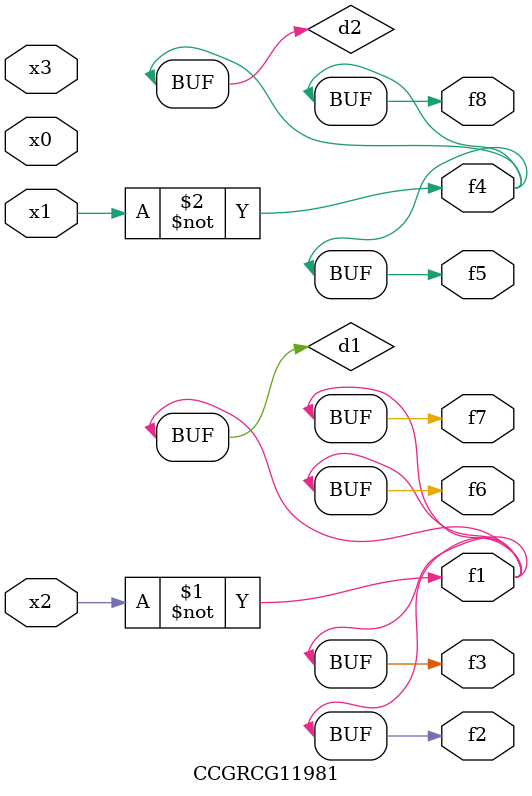
<source format=v>
module CCGRCG11981(
	input x0, x1, x2, x3,
	output f1, f2, f3, f4, f5, f6, f7, f8
);

	wire d1, d2;

	xnor (d1, x2);
	not (d2, x1);
	assign f1 = d1;
	assign f2 = d1;
	assign f3 = d1;
	assign f4 = d2;
	assign f5 = d2;
	assign f6 = d1;
	assign f7 = d1;
	assign f8 = d2;
endmodule

</source>
